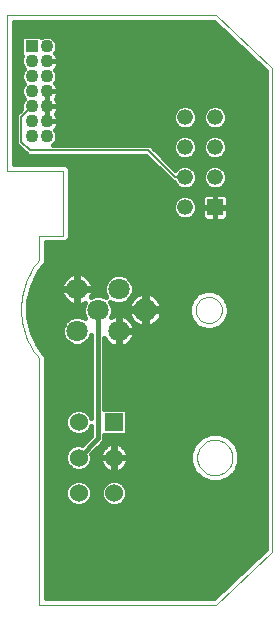
<source format=gbl>
G75*
G70*
%OFA0B0*%
%FSLAX24Y24*%
%IPPOS*%
%LPD*%
%AMOC8*
5,1,8,0,0,1.08239X$1,22.5*
%
%ADD10C,0.0000*%
%ADD11R,0.0525X0.0525*%
%ADD12C,0.0525*%
%ADD13R,0.0602X0.0602*%
%ADD14C,0.0602*%
%ADD15C,0.0709*%
%ADD16C,0.0768*%
%ADD17R,0.0430X0.0430*%
%ADD18C,0.0430*%
%ADD19C,0.0079*%
%ADD20C,0.0160*%
D10*
X001632Y000181D02*
X001632Y008410D01*
X001633Y008410D02*
X001557Y008506D01*
X001486Y008606D01*
X001419Y008708D01*
X001358Y008814D01*
X001302Y008922D01*
X001251Y009034D01*
X001205Y009147D01*
X001165Y009262D01*
X001131Y009380D01*
X001102Y009498D01*
X001079Y009618D01*
X001061Y009739D01*
X001050Y009861D01*
X001044Y009983D01*
X001044Y010105D01*
X001050Y010227D01*
X001061Y010349D01*
X001079Y010470D01*
X001102Y010590D01*
X001131Y010708D01*
X001165Y010826D01*
X001205Y010941D01*
X001251Y011054D01*
X001302Y011166D01*
X001358Y011274D01*
X001419Y011380D01*
X001486Y011482D01*
X001557Y011582D01*
X001633Y011678D01*
X001632Y011677D02*
X001632Y012504D01*
X002431Y012504D01*
X002431Y014670D01*
X000561Y014670D01*
X000561Y019866D01*
X007550Y019866D01*
X009420Y018095D01*
X009420Y001953D01*
X007550Y000181D01*
X001632Y000181D01*
X006907Y005103D02*
X006909Y005151D01*
X006915Y005199D01*
X006925Y005246D01*
X006938Y005292D01*
X006956Y005337D01*
X006976Y005381D01*
X007001Y005423D01*
X007029Y005462D01*
X007059Y005499D01*
X007093Y005533D01*
X007130Y005565D01*
X007168Y005594D01*
X007209Y005619D01*
X007252Y005641D01*
X007297Y005659D01*
X007343Y005673D01*
X007390Y005684D01*
X007438Y005691D01*
X007486Y005694D01*
X007534Y005693D01*
X007582Y005688D01*
X007630Y005679D01*
X007676Y005667D01*
X007721Y005650D01*
X007765Y005630D01*
X007807Y005607D01*
X007847Y005580D01*
X007885Y005550D01*
X007920Y005517D01*
X007952Y005481D01*
X007982Y005443D01*
X008008Y005402D01*
X008030Y005359D01*
X008050Y005315D01*
X008065Y005270D01*
X008077Y005223D01*
X008085Y005175D01*
X008089Y005127D01*
X008089Y005079D01*
X008085Y005031D01*
X008077Y004983D01*
X008065Y004936D01*
X008050Y004891D01*
X008030Y004847D01*
X008008Y004804D01*
X007982Y004763D01*
X007952Y004725D01*
X007920Y004689D01*
X007885Y004656D01*
X007847Y004626D01*
X007807Y004599D01*
X007765Y004576D01*
X007721Y004556D01*
X007676Y004539D01*
X007630Y004527D01*
X007582Y004518D01*
X007534Y004513D01*
X007486Y004512D01*
X007438Y004515D01*
X007390Y004522D01*
X007343Y004533D01*
X007297Y004547D01*
X007252Y004565D01*
X007209Y004587D01*
X007168Y004612D01*
X007130Y004641D01*
X007093Y004673D01*
X007059Y004707D01*
X007029Y004744D01*
X007001Y004783D01*
X006976Y004825D01*
X006956Y004869D01*
X006938Y004914D01*
X006925Y004960D01*
X006915Y005007D01*
X006909Y005055D01*
X006907Y005103D01*
X006865Y010024D02*
X006867Y010065D01*
X006873Y010106D01*
X006883Y010146D01*
X006896Y010185D01*
X006913Y010222D01*
X006934Y010258D01*
X006958Y010292D01*
X006985Y010323D01*
X007014Y010351D01*
X007047Y010377D01*
X007081Y010399D01*
X007118Y010418D01*
X007156Y010433D01*
X007196Y010445D01*
X007236Y010453D01*
X007277Y010457D01*
X007319Y010457D01*
X007360Y010453D01*
X007400Y010445D01*
X007440Y010433D01*
X007478Y010418D01*
X007514Y010399D01*
X007549Y010377D01*
X007582Y010351D01*
X007611Y010323D01*
X007638Y010292D01*
X007662Y010258D01*
X007683Y010222D01*
X007700Y010185D01*
X007713Y010146D01*
X007723Y010106D01*
X007729Y010065D01*
X007731Y010024D01*
X007729Y009983D01*
X007723Y009942D01*
X007713Y009902D01*
X007700Y009863D01*
X007683Y009826D01*
X007662Y009790D01*
X007638Y009756D01*
X007611Y009725D01*
X007582Y009697D01*
X007549Y009671D01*
X007515Y009649D01*
X007478Y009630D01*
X007440Y009615D01*
X007400Y009603D01*
X007360Y009595D01*
X007319Y009591D01*
X007277Y009591D01*
X007236Y009595D01*
X007196Y009603D01*
X007156Y009615D01*
X007118Y009630D01*
X007082Y009649D01*
X007047Y009671D01*
X007014Y009697D01*
X006985Y009725D01*
X006958Y009756D01*
X006934Y009790D01*
X006913Y009826D01*
X006896Y009863D01*
X006883Y009902D01*
X006873Y009942D01*
X006867Y009983D01*
X006865Y010024D01*
D11*
X007502Y013445D03*
D12*
X007502Y014445D03*
X007502Y015445D03*
X007502Y016445D03*
X006502Y016445D03*
X006502Y015445D03*
X006502Y014445D03*
X006502Y013445D03*
D13*
X004140Y006284D03*
D14*
X004140Y005103D03*
X004140Y003922D03*
X002959Y003922D03*
X002959Y005103D03*
X002959Y006284D03*
D15*
X002905Y009328D03*
X003601Y010024D03*
X002905Y010720D03*
X004297Y010720D03*
X004297Y009328D03*
D16*
X005176Y010024D03*
D17*
X001394Y018807D03*
D18*
X001394Y018307D03*
X001394Y017807D03*
X001394Y017307D03*
X001394Y016807D03*
X001394Y016307D03*
X001394Y015807D03*
X001894Y015807D03*
X001894Y016307D03*
X001894Y016807D03*
X001894Y017307D03*
X001894Y017807D03*
X001894Y018307D03*
X001894Y018807D03*
D19*
X001394Y016807D02*
X001054Y016467D01*
X001054Y015634D01*
X001349Y015339D01*
X005286Y015339D01*
X006172Y014453D01*
X006510Y014453D01*
X006502Y014445D01*
X006510Y014453D02*
X006565Y014453D01*
D20*
X006844Y014217D02*
X006730Y014104D01*
X006582Y014043D01*
X006422Y014043D01*
X006274Y014104D01*
X006161Y014217D01*
X006138Y014274D01*
X006097Y014274D01*
X005992Y014379D01*
X005211Y015160D01*
X001274Y015160D01*
X001169Y015265D01*
X000874Y015560D01*
X000791Y015560D01*
X000874Y015560D02*
X000874Y015708D01*
X000874Y016541D01*
X000979Y016646D01*
X001048Y016715D01*
X001039Y016737D01*
X001039Y016878D01*
X001093Y017008D01*
X001142Y017057D01*
X001093Y017106D01*
X001039Y017237D01*
X001039Y017378D01*
X001093Y017508D01*
X001142Y017557D01*
X001093Y017606D01*
X001039Y017737D01*
X001039Y017878D01*
X001093Y018008D01*
X001142Y018057D01*
X001093Y018106D01*
X001039Y018237D01*
X001039Y018378D01*
X001085Y018489D01*
X001039Y018534D01*
X001039Y019080D01*
X001121Y019162D01*
X001667Y019162D01*
X001713Y019117D01*
X001823Y019162D01*
X001965Y019162D01*
X002095Y019108D01*
X002195Y019008D01*
X002249Y018878D01*
X002249Y018737D01*
X002195Y018606D01*
X002174Y018586D01*
X002201Y018559D01*
X002244Y018494D01*
X002274Y018423D01*
X002289Y018346D01*
X002289Y018308D01*
X001894Y018308D01*
X001894Y018307D01*
X002289Y018307D01*
X002289Y018268D01*
X002274Y018192D01*
X002244Y018120D01*
X002201Y018056D01*
X002174Y018029D01*
X002195Y018008D01*
X002249Y017878D01*
X002249Y017737D01*
X002195Y017606D01*
X002174Y017586D01*
X002201Y017559D01*
X002244Y017494D01*
X002274Y017423D01*
X002289Y017346D01*
X002289Y017308D01*
X001894Y017308D01*
X001894Y017307D01*
X001894Y017307D01*
X001894Y017202D01*
X001894Y016808D01*
X001894Y016808D01*
X001894Y017202D01*
X001894Y017307D01*
X002289Y017307D01*
X002289Y017268D01*
X002274Y017192D01*
X002244Y017120D01*
X002202Y017057D01*
X002244Y016994D01*
X002274Y016923D01*
X002289Y016846D01*
X002289Y016808D01*
X001894Y016808D01*
X001894Y016807D01*
X001894Y016807D01*
X001894Y016702D01*
X001894Y016308D01*
X001894Y016308D01*
X001894Y016702D01*
X001894Y016807D01*
X002289Y016807D01*
X002289Y016768D01*
X002274Y016692D01*
X002244Y016620D01*
X002202Y016557D01*
X002244Y016494D01*
X002274Y016423D01*
X002289Y016346D01*
X002289Y016308D01*
X001894Y016308D01*
X001894Y016307D01*
X002289Y016307D01*
X002289Y016268D01*
X002274Y016192D01*
X002244Y016120D01*
X002201Y016056D01*
X002174Y016029D01*
X002195Y016008D01*
X002249Y015878D01*
X002249Y015737D01*
X002195Y015606D01*
X002107Y015518D01*
X005211Y015518D01*
X005360Y015518D01*
X006183Y014695D01*
X006274Y014786D01*
X006422Y014848D01*
X006582Y014848D01*
X006730Y014786D01*
X006844Y014673D01*
X006905Y014525D01*
X006905Y014365D01*
X006844Y014217D01*
X006874Y014292D02*
X007130Y014292D01*
X007100Y014365D02*
X007161Y014217D01*
X007274Y014104D01*
X007422Y014043D01*
X007582Y014043D01*
X007730Y014104D01*
X007844Y014217D01*
X007905Y014365D01*
X007905Y014525D01*
X007844Y014673D01*
X007730Y014786D01*
X007582Y014848D01*
X007422Y014848D01*
X007274Y014786D01*
X007161Y014673D01*
X007100Y014525D01*
X007100Y014365D01*
X007100Y014450D02*
X006905Y014450D01*
X006870Y014609D02*
X007134Y014609D01*
X007255Y014767D02*
X006749Y014767D01*
X006582Y015043D02*
X006730Y015104D01*
X006844Y015217D01*
X006905Y015365D01*
X006905Y015525D01*
X006844Y015673D01*
X006730Y015786D01*
X006582Y015848D01*
X006422Y015848D01*
X006274Y015786D01*
X006161Y015673D01*
X006100Y015525D01*
X006100Y015365D01*
X006161Y015217D01*
X006274Y015104D01*
X006422Y015043D01*
X006582Y015043D01*
X006683Y015084D02*
X007321Y015084D01*
X007274Y015104D02*
X007422Y015043D01*
X007582Y015043D01*
X007730Y015104D01*
X007844Y015217D01*
X007905Y015365D01*
X007905Y015525D01*
X007844Y015673D01*
X007730Y015786D01*
X007582Y015848D01*
X007422Y015848D01*
X007274Y015786D01*
X007161Y015673D01*
X007100Y015525D01*
X007100Y015365D01*
X007161Y015217D01*
X007274Y015104D01*
X007150Y015243D02*
X006854Y015243D01*
X006905Y015402D02*
X007100Y015402D01*
X007114Y015560D02*
X006890Y015560D01*
X006798Y015719D02*
X007207Y015719D01*
X007422Y016043D02*
X007274Y016104D01*
X007161Y016217D01*
X007100Y016365D01*
X007100Y016525D01*
X007161Y016673D01*
X007274Y016786D01*
X007422Y016848D01*
X007582Y016848D01*
X007730Y016786D01*
X007844Y016673D01*
X007905Y016525D01*
X007905Y016365D01*
X007844Y016217D01*
X007730Y016104D01*
X007582Y016043D01*
X007422Y016043D01*
X007184Y016194D02*
X006821Y016194D01*
X006844Y016217D02*
X006905Y016365D01*
X006905Y016525D01*
X006844Y016673D01*
X006730Y016786D01*
X006582Y016848D01*
X006422Y016848D01*
X006274Y016786D01*
X006161Y016673D01*
X006100Y016525D01*
X006100Y016365D01*
X006161Y016217D01*
X006274Y016104D01*
X006422Y016043D01*
X006582Y016043D01*
X006730Y016104D01*
X006844Y016217D01*
X006900Y016353D02*
X007105Y016353D01*
X007100Y016511D02*
X006905Y016511D01*
X006845Y016670D02*
X007160Y016670D01*
X007376Y016828D02*
X006629Y016828D01*
X006376Y016828D02*
X002289Y016828D01*
X002265Y016670D02*
X006160Y016670D01*
X006100Y016511D02*
X002233Y016511D01*
X002288Y016353D02*
X006105Y016353D01*
X006184Y016194D02*
X002274Y016194D01*
X002181Y016036D02*
X009190Y016036D01*
X009190Y016194D02*
X007821Y016194D01*
X007900Y016353D02*
X009190Y016353D01*
X009190Y016511D02*
X007905Y016511D01*
X007845Y016670D02*
X009190Y016670D01*
X009190Y016828D02*
X007629Y016828D01*
X007798Y015719D02*
X009190Y015719D01*
X009190Y015877D02*
X002249Y015877D01*
X002242Y015719D02*
X006207Y015719D01*
X006114Y015560D02*
X002149Y015560D01*
X002336Y014900D02*
X000791Y014900D01*
X000791Y019636D01*
X007458Y019636D01*
X009190Y017996D01*
X009190Y002052D01*
X007458Y000411D01*
X001862Y000411D01*
X001862Y008399D01*
X001870Y008483D01*
X001862Y008493D01*
X001862Y008505D01*
X001805Y008562D01*
X001650Y008773D01*
X001411Y009253D01*
X001288Y009775D01*
X001288Y010312D01*
X001411Y010834D01*
X001650Y011314D01*
X001805Y011525D01*
X001862Y011582D01*
X001862Y011594D01*
X001870Y011604D01*
X001862Y011688D01*
X001862Y012274D01*
X002527Y012274D01*
X002661Y012409D01*
X002661Y012599D01*
X002661Y014765D01*
X002527Y014900D01*
X002336Y014900D01*
X002659Y014767D02*
X005604Y014767D01*
X005445Y014926D02*
X000791Y014926D01*
X000791Y015084D02*
X005287Y015084D01*
X005477Y015402D02*
X006100Y015402D01*
X006150Y015243D02*
X005635Y015243D01*
X005794Y015084D02*
X006321Y015084D01*
X006255Y014767D02*
X006111Y014767D01*
X005952Y014926D02*
X009190Y014926D01*
X009190Y015084D02*
X007683Y015084D01*
X007854Y015243D02*
X009190Y015243D01*
X009190Y015402D02*
X007905Y015402D01*
X007890Y015560D02*
X009190Y015560D01*
X009190Y014767D02*
X007749Y014767D01*
X007870Y014609D02*
X009190Y014609D01*
X009190Y014450D02*
X007905Y014450D01*
X007874Y014292D02*
X009190Y014292D01*
X009190Y014133D02*
X007760Y014133D01*
X007789Y013888D02*
X007510Y013888D01*
X007510Y013453D01*
X007495Y013453D01*
X007495Y013888D01*
X007216Y013888D01*
X007170Y013875D01*
X007129Y013852D01*
X007096Y013818D01*
X007072Y013777D01*
X007060Y013731D01*
X007060Y013453D01*
X007495Y013453D01*
X007495Y013438D01*
X007060Y013438D01*
X007060Y013159D01*
X007072Y013113D01*
X007096Y013072D01*
X007129Y013039D01*
X007170Y013015D01*
X007216Y013003D01*
X007495Y013003D01*
X007495Y013437D01*
X007510Y013437D01*
X007510Y013003D01*
X007789Y013003D01*
X007834Y013015D01*
X007875Y013039D01*
X007909Y013072D01*
X007933Y013113D01*
X007945Y013159D01*
X007945Y013438D01*
X007510Y013438D01*
X007510Y013453D01*
X007945Y013453D01*
X007945Y013731D01*
X007933Y013777D01*
X007909Y013818D01*
X007875Y013852D01*
X007834Y013875D01*
X007789Y013888D01*
X007910Y013816D02*
X009190Y013816D01*
X009190Y013658D02*
X007945Y013658D01*
X007945Y013499D02*
X009190Y013499D01*
X009190Y013341D02*
X007945Y013341D01*
X007945Y013182D02*
X009190Y013182D01*
X009190Y013023D02*
X007849Y013023D01*
X007510Y013023D02*
X007495Y013023D01*
X007495Y013182D02*
X007510Y013182D01*
X007495Y013341D02*
X007510Y013341D01*
X007495Y013499D02*
X007510Y013499D01*
X007495Y013658D02*
X007510Y013658D01*
X007495Y013816D02*
X007510Y013816D01*
X007245Y014133D02*
X006760Y014133D01*
X006659Y013816D02*
X007095Y013816D01*
X007060Y013658D02*
X006850Y013658D01*
X006844Y013673D02*
X006730Y013786D01*
X006582Y013848D01*
X006422Y013848D01*
X006274Y013786D01*
X006161Y013673D01*
X006100Y013525D01*
X006100Y013365D01*
X006161Y013217D01*
X006274Y013104D01*
X006422Y013043D01*
X006582Y013043D01*
X006730Y013104D01*
X006844Y013217D01*
X006905Y013365D01*
X006905Y013525D01*
X006844Y013673D01*
X006905Y013499D02*
X007060Y013499D01*
X007060Y013341D02*
X006895Y013341D01*
X006808Y013182D02*
X007060Y013182D01*
X007156Y013023D02*
X002661Y013023D01*
X002661Y012865D02*
X009190Y012865D01*
X009190Y012706D02*
X002661Y012706D01*
X002661Y012548D02*
X009190Y012548D01*
X009190Y012389D02*
X002642Y012389D01*
X002661Y013182D02*
X006196Y013182D01*
X006110Y013341D02*
X002661Y013341D01*
X002661Y013499D02*
X006100Y013499D01*
X006155Y013658D02*
X002661Y013658D01*
X002661Y013816D02*
X006346Y013816D01*
X006245Y014133D02*
X002661Y014133D01*
X002661Y013975D02*
X009190Y013975D01*
X009190Y012231D02*
X001862Y012231D01*
X001862Y012072D02*
X009190Y012072D01*
X009190Y011914D02*
X001862Y011914D01*
X001862Y011755D02*
X009190Y011755D01*
X009190Y011597D02*
X001864Y011597D01*
X001741Y011438D02*
X009190Y011438D01*
X009190Y011279D02*
X001632Y011279D01*
X001554Y011121D02*
X002550Y011121D01*
X002557Y011127D02*
X002497Y011068D01*
X002448Y011000D01*
X002410Y010925D01*
X002384Y010845D01*
X002371Y010762D01*
X002371Y010758D01*
X002866Y010758D01*
X002866Y010682D01*
X002371Y010682D01*
X002371Y010678D01*
X002384Y010595D01*
X002410Y010515D01*
X002448Y010440D01*
X002497Y010372D01*
X002557Y010312D01*
X002625Y010263D01*
X002700Y010225D01*
X002780Y010199D01*
X002863Y010186D01*
X002867Y010186D01*
X002867Y010681D01*
X002943Y010681D01*
X002943Y010186D01*
X002947Y010186D01*
X003030Y010199D01*
X003110Y010225D01*
X003159Y010250D01*
X003106Y010122D01*
X003106Y009926D01*
X003179Y009749D01*
X003003Y009822D01*
X002806Y009822D01*
X002625Y009747D01*
X002486Y009608D01*
X002411Y009426D01*
X002411Y009230D01*
X002486Y009048D01*
X002625Y008909D01*
X002806Y008834D01*
X003003Y008834D01*
X003185Y008909D01*
X003324Y009048D01*
X003381Y009185D01*
X003381Y006418D01*
X003333Y006534D01*
X003209Y006658D01*
X003047Y006725D01*
X002871Y006725D01*
X002709Y006658D01*
X002585Y006534D01*
X002518Y006372D01*
X002518Y006196D01*
X002585Y006034D01*
X002709Y005910D01*
X002871Y005843D01*
X003047Y005843D01*
X003209Y005910D01*
X003333Y006034D01*
X003381Y006149D01*
X003381Y005836D01*
X003077Y005531D01*
X003047Y005544D01*
X002871Y005544D01*
X002709Y005477D01*
X002585Y005353D01*
X002518Y005190D01*
X002518Y005015D01*
X002585Y004853D01*
X002709Y004729D01*
X002871Y004661D01*
X003047Y004661D01*
X003209Y004729D01*
X003333Y004853D01*
X003400Y005015D01*
X003400Y005190D01*
X003388Y005220D01*
X003692Y005524D01*
X003821Y005653D01*
X003821Y005843D01*
X004499Y005843D01*
X004581Y005925D01*
X004581Y006643D01*
X004499Y006725D01*
X003821Y006725D01*
X003821Y009085D01*
X003840Y009048D01*
X003889Y008980D01*
X003949Y008920D01*
X004017Y008871D01*
X004092Y008833D01*
X004172Y008807D01*
X004255Y008794D01*
X004259Y008794D01*
X004259Y009290D01*
X004335Y009290D01*
X004335Y009366D01*
X004831Y009366D01*
X004831Y009370D01*
X004818Y009453D01*
X004792Y009533D01*
X004754Y009608D01*
X004704Y009676D01*
X004645Y009736D01*
X004577Y009785D01*
X004502Y009823D01*
X004422Y009849D01*
X004339Y009862D01*
X004335Y009862D01*
X004335Y009366D01*
X004259Y009366D01*
X004259Y009862D01*
X004255Y009862D01*
X004172Y009849D01*
X004092Y009823D01*
X004042Y009798D01*
X004095Y009926D01*
X004095Y010122D01*
X004022Y010299D01*
X004198Y010226D01*
X004395Y010226D01*
X004577Y010301D01*
X004716Y010440D01*
X004791Y010622D01*
X004791Y010818D01*
X004716Y011000D01*
X004577Y011139D01*
X004395Y011214D01*
X004198Y011214D01*
X004017Y011139D01*
X003878Y011000D01*
X003802Y010818D01*
X003802Y010622D01*
X003875Y010445D01*
X003699Y010518D01*
X003502Y010518D01*
X003375Y010465D01*
X003400Y010515D01*
X003426Y010595D01*
X003439Y010678D01*
X003439Y010682D01*
X002943Y010682D01*
X002943Y010758D01*
X003439Y010758D01*
X003439Y010762D01*
X003426Y010845D01*
X003400Y010925D01*
X003362Y011000D01*
X003312Y011068D01*
X003253Y011127D01*
X003185Y011177D01*
X003110Y011215D01*
X003030Y011241D01*
X002947Y011254D01*
X002943Y011254D01*
X002943Y010758D01*
X002867Y010758D01*
X002867Y011254D01*
X002863Y011254D01*
X002780Y011241D01*
X002700Y011215D01*
X002625Y011177D01*
X002557Y011127D01*
X002429Y010962D02*
X001475Y010962D01*
X001404Y010804D02*
X002377Y010804D01*
X002376Y010645D02*
X001366Y010645D01*
X001329Y010487D02*
X002424Y010487D01*
X002541Y010328D02*
X001292Y010328D01*
X001288Y010170D02*
X003126Y010170D01*
X003106Y010011D02*
X001288Y010011D01*
X001288Y009853D02*
X003137Y009853D01*
X003601Y010024D02*
X003601Y005744D01*
X002959Y005103D01*
X002646Y005413D02*
X001862Y005413D01*
X001862Y005255D02*
X002545Y005255D01*
X002518Y005096D02*
X001862Y005096D01*
X001862Y004938D02*
X002550Y004938D01*
X002659Y004779D02*
X001862Y004779D01*
X001862Y004621D02*
X006820Y004621D01*
X006803Y004638D02*
X007034Y004407D01*
X007335Y004282D01*
X007662Y004282D01*
X007963Y004407D01*
X008194Y004638D01*
X008319Y004939D01*
X008319Y005266D01*
X008194Y005567D01*
X007963Y005798D01*
X007662Y005923D01*
X007335Y005923D01*
X007034Y005798D01*
X006803Y005567D01*
X006678Y005266D01*
X006678Y004939D01*
X006803Y004638D01*
X006744Y004779D02*
X004497Y004779D01*
X004507Y004789D02*
X004552Y004850D01*
X004586Y004918D01*
X004609Y004990D01*
X004621Y005065D01*
X004621Y005082D01*
X004161Y005082D01*
X004161Y005123D01*
X004621Y005123D01*
X004621Y005141D01*
X004609Y005215D01*
X004586Y005287D01*
X004552Y005355D01*
X004507Y005416D01*
X004454Y005470D01*
X004392Y005514D01*
X004325Y005549D01*
X004253Y005572D01*
X006807Y005572D01*
X006739Y005413D02*
X004509Y005413D01*
X004597Y005255D02*
X006678Y005255D01*
X006678Y005096D02*
X004161Y005096D01*
X004161Y005082D02*
X004161Y004621D01*
X004178Y004621D01*
X004253Y004633D01*
X004325Y004657D01*
X004392Y004691D01*
X004454Y004736D01*
X004507Y004789D01*
X004592Y004938D02*
X006679Y004938D01*
X006979Y004462D02*
X001862Y004462D01*
X001862Y004304D02*
X002728Y004304D01*
X002709Y004296D02*
X002585Y004171D01*
X002518Y004009D01*
X002518Y003834D01*
X002585Y003672D01*
X002709Y003548D01*
X002871Y003480D01*
X003047Y003480D01*
X003209Y003548D01*
X003333Y003672D01*
X003400Y003834D01*
X003400Y004009D01*
X003333Y004171D01*
X003209Y004296D01*
X003047Y004363D01*
X002871Y004363D01*
X002709Y004296D01*
X002574Y004145D02*
X001862Y004145D01*
X001862Y003986D02*
X002518Y003986D01*
X002520Y003828D02*
X001862Y003828D01*
X001862Y003669D02*
X002587Y003669D01*
X002798Y003511D02*
X001862Y003511D01*
X001862Y003352D02*
X009190Y003352D01*
X009190Y003194D02*
X001862Y003194D01*
X001862Y003035D02*
X009190Y003035D01*
X009190Y002877D02*
X001862Y002877D01*
X001862Y002718D02*
X009190Y002718D01*
X009190Y002560D02*
X001862Y002560D01*
X001862Y002401D02*
X009190Y002401D01*
X009190Y002242D02*
X001862Y002242D01*
X001862Y002084D02*
X009190Y002084D01*
X009056Y001925D02*
X001862Y001925D01*
X001862Y001767D02*
X008889Y001767D01*
X008721Y001608D02*
X001862Y001608D01*
X001862Y001450D02*
X008554Y001450D01*
X008387Y001291D02*
X001862Y001291D01*
X001862Y001133D02*
X008219Y001133D01*
X008052Y000974D02*
X001862Y000974D01*
X001862Y000816D02*
X007885Y000816D01*
X007717Y000657D02*
X001862Y000657D01*
X001862Y000499D02*
X007550Y000499D01*
X009190Y003511D02*
X004301Y003511D01*
X004228Y003480D02*
X004390Y003548D01*
X004514Y003672D01*
X004581Y003834D01*
X004581Y004009D01*
X004514Y004171D01*
X004390Y004296D01*
X004228Y004363D01*
X004052Y004363D01*
X003890Y004296D01*
X003766Y004171D01*
X003699Y004009D01*
X003699Y003834D01*
X003766Y003672D01*
X003890Y003548D01*
X004052Y003480D01*
X004228Y003480D01*
X003979Y003511D02*
X003120Y003511D01*
X003331Y003669D02*
X003768Y003669D01*
X003701Y003828D02*
X003398Y003828D01*
X003400Y003986D02*
X003699Y003986D01*
X003755Y004145D02*
X003344Y004145D01*
X003190Y004304D02*
X003910Y004304D01*
X004027Y004633D02*
X004102Y004621D01*
X004120Y004621D01*
X004120Y005082D01*
X004161Y005082D01*
X004161Y005123D02*
X004120Y005123D01*
X004120Y005584D01*
X004102Y005584D01*
X004027Y005572D01*
X003739Y005572D01*
X003827Y005470D02*
X003773Y005416D01*
X003729Y005355D01*
X003694Y005287D01*
X003671Y005215D01*
X003659Y005141D01*
X003659Y005123D01*
X004119Y005123D01*
X004119Y005082D01*
X003659Y005082D01*
X003659Y005065D01*
X003671Y004990D01*
X003694Y004918D01*
X003729Y004850D01*
X003773Y004789D01*
X003827Y004736D01*
X003888Y004691D01*
X003955Y004657D01*
X004027Y004633D01*
X004120Y004779D02*
X004161Y004779D01*
X004161Y004938D02*
X004120Y004938D01*
X004119Y005096D02*
X003400Y005096D01*
X003422Y005255D02*
X003684Y005255D01*
X003771Y005413D02*
X003581Y005413D01*
X003827Y005470D02*
X003888Y005514D01*
X003955Y005549D01*
X004027Y005572D01*
X004120Y005572D02*
X004161Y005572D01*
X004161Y005584D02*
X004161Y005123D01*
X004161Y005255D02*
X004120Y005255D01*
X004120Y005413D02*
X004161Y005413D01*
X004178Y005584D02*
X004161Y005584D01*
X004178Y005584D02*
X004253Y005572D01*
X004546Y005889D02*
X007253Y005889D01*
X006966Y005730D02*
X003821Y005730D01*
X003381Y005889D02*
X003159Y005889D01*
X003276Y005730D02*
X001862Y005730D01*
X001862Y005572D02*
X003117Y005572D01*
X002759Y005889D02*
X001862Y005889D01*
X001862Y006048D02*
X002579Y006048D01*
X002518Y006206D02*
X001862Y006206D01*
X001862Y006365D02*
X002518Y006365D01*
X002581Y006523D02*
X001862Y006523D01*
X001862Y006682D02*
X002767Y006682D01*
X003151Y006682D02*
X003381Y006682D01*
X003381Y006840D02*
X001862Y006840D01*
X001862Y006999D02*
X003381Y006999D01*
X003381Y007157D02*
X001862Y007157D01*
X001862Y007316D02*
X003381Y007316D01*
X003381Y007474D02*
X001862Y007474D01*
X001862Y007633D02*
X003381Y007633D01*
X003381Y007791D02*
X001862Y007791D01*
X001862Y007950D02*
X003381Y007950D01*
X003381Y008109D02*
X001862Y008109D01*
X001862Y008267D02*
X003381Y008267D01*
X003381Y008426D02*
X001865Y008426D01*
X001789Y008584D02*
X003381Y008584D01*
X003381Y008743D02*
X001672Y008743D01*
X001586Y008901D02*
X002643Y008901D01*
X002481Y009060D02*
X001507Y009060D01*
X001428Y009218D02*
X002415Y009218D01*
X002411Y009377D02*
X001382Y009377D01*
X001344Y009535D02*
X002456Y009535D01*
X002572Y009694D02*
X001307Y009694D01*
X002867Y010328D02*
X002943Y010328D01*
X002943Y010487D02*
X002867Y010487D01*
X002867Y010645D02*
X002943Y010645D01*
X002943Y010804D02*
X002867Y010804D01*
X002867Y010962D02*
X002943Y010962D01*
X002943Y011121D02*
X002867Y011121D01*
X003259Y011121D02*
X003999Y011121D01*
X003862Y010962D02*
X003381Y010962D01*
X003433Y010804D02*
X003802Y010804D01*
X003802Y010645D02*
X003434Y010645D01*
X003426Y010487D02*
X003386Y010487D01*
X003775Y010487D02*
X003858Y010487D01*
X004075Y010170D02*
X004630Y010170D01*
X004626Y010156D02*
X004612Y010072D01*
X005127Y010072D01*
X005127Y009976D01*
X004612Y009976D01*
X004626Y009892D01*
X004653Y009807D01*
X004693Y009728D01*
X004746Y009657D01*
X004808Y009594D01*
X004880Y009542D01*
X004959Y009501D01*
X005044Y009474D01*
X005128Y009461D01*
X005128Y009976D01*
X005224Y009976D01*
X005224Y010072D01*
X005739Y010072D01*
X005726Y010156D01*
X005698Y010240D01*
X005658Y010319D01*
X005606Y010391D01*
X005543Y010454D01*
X005471Y010506D01*
X005392Y010546D01*
X005308Y010574D01*
X005224Y010587D01*
X005224Y010072D01*
X005128Y010072D01*
X005128Y010587D01*
X005044Y010574D01*
X004959Y010546D01*
X004880Y010506D01*
X004808Y010454D01*
X004746Y010391D01*
X004693Y010319D01*
X004653Y010240D01*
X004626Y010156D01*
X004604Y010328D02*
X004700Y010328D01*
X004735Y010487D02*
X004853Y010487D01*
X004791Y010645D02*
X007065Y010645D01*
X007166Y010687D02*
X006922Y010586D01*
X006736Y010400D01*
X006635Y010156D01*
X006635Y009892D01*
X006736Y009648D01*
X006922Y009462D01*
X007166Y009361D01*
X007430Y009361D01*
X007673Y009462D01*
X007860Y009648D01*
X007961Y009892D01*
X007961Y010156D01*
X007860Y010400D01*
X007673Y010586D01*
X007430Y010687D01*
X007166Y010687D01*
X007530Y010645D02*
X009190Y010645D01*
X009190Y010487D02*
X007773Y010487D01*
X007889Y010328D02*
X009190Y010328D01*
X009190Y010170D02*
X007955Y010170D01*
X007961Y010011D02*
X009190Y010011D01*
X009190Y009853D02*
X007944Y009853D01*
X007879Y009694D02*
X009190Y009694D01*
X009190Y009535D02*
X007747Y009535D01*
X007468Y009377D02*
X009190Y009377D01*
X009190Y009218D02*
X004820Y009218D01*
X004818Y009203D02*
X004831Y009286D01*
X004831Y009290D01*
X004335Y009290D01*
X004335Y008794D01*
X004339Y008794D01*
X004422Y008807D01*
X004502Y008833D01*
X004577Y008871D01*
X004645Y008920D01*
X004704Y008980D01*
X004754Y009048D01*
X004792Y009123D01*
X004818Y009203D01*
X004760Y009060D02*
X009190Y009060D01*
X009190Y008901D02*
X004618Y008901D01*
X004335Y008901D02*
X004259Y008901D01*
X004259Y009060D02*
X004335Y009060D01*
X004335Y009218D02*
X004259Y009218D01*
X004259Y009377D02*
X004335Y009377D01*
X004335Y009535D02*
X004259Y009535D01*
X004259Y009694D02*
X004335Y009694D01*
X004335Y009853D02*
X004259Y009853D01*
X004193Y009853D02*
X004065Y009853D01*
X004095Y010011D02*
X005127Y010011D01*
X005224Y010011D02*
X006635Y010011D01*
X006640Y010170D02*
X005721Y010170D01*
X005651Y010328D02*
X006706Y010328D01*
X006823Y010487D02*
X005498Y010487D01*
X005224Y010487D02*
X005128Y010487D01*
X005128Y010328D02*
X005224Y010328D01*
X005224Y010170D02*
X005128Y010170D01*
X005224Y009976D02*
X005739Y009976D01*
X005726Y009892D01*
X005698Y009807D01*
X005658Y009728D01*
X005606Y009657D01*
X005543Y009594D01*
X005471Y009542D01*
X005392Y009501D01*
X005308Y009474D01*
X005224Y009461D01*
X005224Y009976D01*
X005224Y009853D02*
X005128Y009853D01*
X005128Y009694D02*
X005224Y009694D01*
X005224Y009535D02*
X005128Y009535D01*
X004892Y009535D02*
X004791Y009535D01*
X004830Y009377D02*
X007127Y009377D01*
X006848Y009535D02*
X005459Y009535D01*
X005633Y009694D02*
X006717Y009694D01*
X006651Y009853D02*
X005713Y009853D01*
X004791Y010804D02*
X009190Y010804D01*
X009190Y010962D02*
X004731Y010962D01*
X004595Y011121D02*
X009190Y011121D01*
X009190Y008743D02*
X003821Y008743D01*
X003821Y008901D02*
X003975Y008901D01*
X003834Y009060D02*
X003821Y009060D01*
X003821Y008584D02*
X009190Y008584D01*
X009190Y008426D02*
X003821Y008426D01*
X003821Y008267D02*
X009190Y008267D01*
X009190Y008109D02*
X003821Y008109D01*
X003821Y007950D02*
X009190Y007950D01*
X009190Y007791D02*
X003821Y007791D01*
X003821Y007633D02*
X009190Y007633D01*
X009190Y007474D02*
X003821Y007474D01*
X003821Y007316D02*
X009190Y007316D01*
X009190Y007157D02*
X003821Y007157D01*
X003821Y006999D02*
X009190Y006999D01*
X009190Y006840D02*
X003821Y006840D01*
X003381Y006523D02*
X003337Y006523D01*
X003339Y006048D02*
X003381Y006048D01*
X003368Y004938D02*
X003688Y004938D01*
X003783Y004779D02*
X003259Y004779D01*
X004371Y004304D02*
X007283Y004304D01*
X007713Y004304D02*
X009190Y004304D01*
X009190Y004462D02*
X008018Y004462D01*
X008177Y004621D02*
X009190Y004621D01*
X009190Y004779D02*
X008253Y004779D01*
X008318Y004938D02*
X009190Y004938D01*
X009190Y005096D02*
X008319Y005096D01*
X008319Y005255D02*
X009190Y005255D01*
X009190Y005413D02*
X008258Y005413D01*
X008190Y005572D02*
X009190Y005572D01*
X009190Y005730D02*
X008031Y005730D01*
X007744Y005889D02*
X009190Y005889D01*
X009190Y006048D02*
X004581Y006048D01*
X004581Y006206D02*
X009190Y006206D01*
X009190Y006365D02*
X004581Y006365D01*
X004581Y006523D02*
X009190Y006523D01*
X009190Y006682D02*
X004543Y006682D01*
X003381Y008901D02*
X003166Y008901D01*
X003329Y009060D02*
X003381Y009060D01*
X004400Y009853D02*
X004638Y009853D01*
X004686Y009694D02*
X004718Y009694D01*
X006079Y014292D02*
X002661Y014292D01*
X002661Y014450D02*
X005921Y014450D01*
X005762Y014609D02*
X002661Y014609D01*
X001894Y016353D02*
X001894Y016353D01*
X001894Y016511D02*
X001894Y016511D01*
X001894Y016670D02*
X001894Y016670D01*
X001894Y016828D02*
X001894Y016828D01*
X001894Y016987D02*
X001894Y016987D01*
X001894Y017146D02*
X001894Y017146D01*
X001894Y017304D02*
X001894Y017304D01*
X002201Y017621D02*
X009190Y017621D01*
X009190Y017463D02*
X002257Y017463D01*
X002289Y017304D02*
X009190Y017304D01*
X009190Y017146D02*
X002255Y017146D01*
X002247Y016987D02*
X009190Y016987D01*
X009190Y017780D02*
X002249Y017780D01*
X002224Y017938D02*
X009190Y017938D01*
X009083Y018097D02*
X002228Y018097D01*
X002286Y018255D02*
X008916Y018255D01*
X008748Y018414D02*
X002276Y018414D01*
X002188Y018572D02*
X008581Y018572D01*
X008414Y018731D02*
X002247Y018731D01*
X002244Y018890D02*
X008246Y018890D01*
X008079Y019048D02*
X002155Y019048D01*
X001039Y019048D02*
X000791Y019048D01*
X000791Y018890D02*
X001039Y018890D01*
X001039Y018731D02*
X000791Y018731D01*
X000791Y018572D02*
X001039Y018572D01*
X001054Y018414D02*
X000791Y018414D01*
X000791Y018255D02*
X001039Y018255D01*
X001103Y018097D02*
X000791Y018097D01*
X000791Y017938D02*
X001064Y017938D01*
X001039Y017780D02*
X000791Y017780D01*
X000791Y017621D02*
X001087Y017621D01*
X001074Y017463D02*
X000791Y017463D01*
X000791Y017304D02*
X001039Y017304D01*
X001077Y017146D02*
X000791Y017146D01*
X000791Y016987D02*
X001084Y016987D01*
X001039Y016828D02*
X000791Y016828D01*
X000791Y016670D02*
X001003Y016670D01*
X000874Y016511D02*
X000791Y016511D01*
X000791Y016353D02*
X000874Y016353D01*
X000874Y016194D02*
X000791Y016194D01*
X000791Y016036D02*
X000874Y016036D01*
X000874Y015877D02*
X000791Y015877D01*
X000791Y015719D02*
X000874Y015719D01*
X000791Y015402D02*
X001032Y015402D01*
X001191Y015243D02*
X000791Y015243D01*
X000791Y019207D02*
X007912Y019207D01*
X007744Y019365D02*
X000791Y019365D01*
X000791Y019524D02*
X007577Y019524D01*
X009190Y004145D02*
X004525Y004145D01*
X004581Y003986D02*
X009190Y003986D01*
X009190Y003828D02*
X004579Y003828D01*
X004512Y003669D02*
X009190Y003669D01*
M02*

</source>
